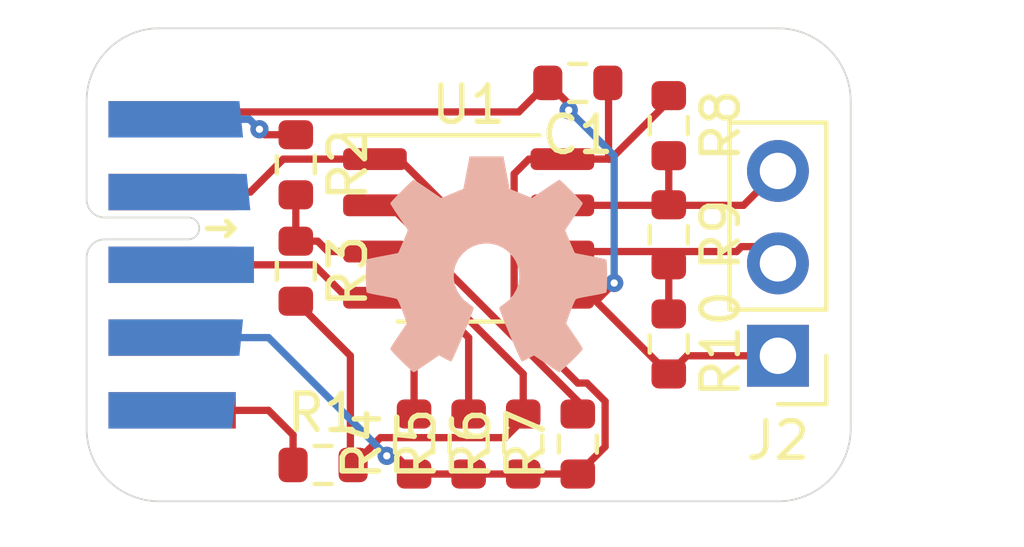
<source format=kicad_pcb>
(kicad_pcb (version 20211014) (generator pcbnew)
  (layers (0 "F.Cu" signal) (31 "B.Cu" signal) (34 "B.Paste" user) (35 "F.Paste" user) (36 "B.SilkS" user "B.Silkscreen") (37 "F.SilkS" user "F.Silkscreen") (38 "B.Mask" user) (39 "F.Mask" user) (44 "Edge.Cuts" user))
  (net 0 "")
  (net 1 "GND")
  (net 2 "/implementation/RX")
  (net 3 "/implementation/TX")
  (net 4 "Net-(J1-Pad5)")
  (net 5 "Net-(J1-Pad6)")
  (net 7 "+3.3V")
  (net 9 "/implementation/A")
  (net 10 "/implementation/B")
  (net 11 "/implementation/RX_EN")
  (net 12 "/implementation/TX_EN")
  (footprint "Resistor_SMD:R_0603_1608Metric" (layer "F.Cu") (at 145.75 96.675 -90)
    (fp_text reference "R3" (at 0 -1.43 90) (layer "F.SilkS"))
    (fp_text value "0R")
    (fp_line (start -0.237258 -0.5225) (end 0.237258 -0.5225) (layer "F.SilkS") (width 0.12))
    (fp_line (start -0.237258 0.5225) (end 0.237258 0.5225) (layer "F.SilkS") (width 0.12))
    (pad "1" smd roundrect (at -0.825 0 270) (size 0.8 0.95) (layers "F.Cu" "F.Paste" "F.Mask") (net 12 "/implementation/TX_EN"))
    (pad "2" smd roundrect (at 0.825 0 270) (size 0.8 0.95) (layers "F.Cu" "F.Paste" "F.Mask") (net 11 "/implementation/RX_EN"))
  )
  (footprint "Package_SO:SO-8_3.9x4.9mm_P1.27mm" (layer "F.Cu") (at 150.5 95.5)
    (fp_text reference "U1" (at 0 -3.4) (layer "F.SilkS"))
    (fp_text value "MAX485E")
    (fp_line (start 0 -2.56) (end -3.45 -2.56) (layer "F.SilkS") (width 0.12))
    (fp_line (start 0 -2.56) (end 1.95 -2.56) (layer "F.SilkS") (width 0.12))
    (fp_line (start 0 2.56) (end 1.95 2.56) (layer "F.SilkS") (width 0.12))
    (fp_line (start 0 2.56) (end -1.95 2.56) (layer "F.SilkS") (width 0.12))
    (pad "1" smd roundrect (at -2.575 -1.905) (size 1.75 0.6) (layers "F.Cu" "F.Paste" "F.Mask") (net 2 "/implementation/RX"))
    (pad "2" smd roundrect (at -2.575 -0.635) (size 1.75 0.6) (layers "F.Cu" "F.Paste" "F.Mask") (net 11 "/implementation/RX_EN"))
    (pad "3" smd roundrect (at -2.575 0.635) (size 1.75 0.6) (layers "F.Cu" "F.Paste" "F.Mask") (net 12 "/implementation/TX_EN"))
    (pad "4" smd roundrect (at -2.575 1.905) (size 1.75 0.6) (layers "F.Cu" "F.Paste" "F.Mask") (net 3 "/implementation/TX"))
    (pad "5" smd roundrect (at 2.575 1.905) (size 1.75 0.6) (layers "F.Cu" "F.Paste" "F.Mask") (net 1 "GND"))
    (pad "6" smd roundrect (at 2.575 0.635) (size 1.75 0.6) (layers "F.Cu" "F.Paste" "F.Mask") (net 9 "/implementation/A"))
    (pad "7" smd roundrect (at 2.575 -0.635) (size 1.75 0.6) (layers "F.Cu" "F.Paste" "F.Mask") (net 10 "/implementation/B"))
    (pad "8" smd roundrect (at 2.575 -1.905) (size 1.75 0.6) (layers "F.Cu" "F.Paste" "F.Mask") (net 7 "+3.3V"))
  )
  (footprint "Resistor_SMD:R_0603_1608Metric" (layer "F.Cu") (at 149 101.425 90)
    (fp_text reference "R4" (at 0 -1.43 90) (layer "F.SilkS"))
    (fp_text value "2.2k")
    (fp_line (start -0.237258 0.5225) (end 0.237258 0.5225) (layer "F.SilkS") (width 0.12))
    (fp_line (start -0.237258 -0.5225) (end 0.237258 -0.5225) (layer "F.SilkS") (width 0.12))
    (pad "1" smd roundrect (at -0.825 0 90) (size 0.8 0.95) (layers "F.Cu" "F.Paste" "F.Mask") (net 7 "+3.3V"))
    (pad "2" smd roundrect (at 0.825 0 90) (size 0.8 0.95) (layers "F.Cu" "F.Paste" "F.Mask") (net 3 "/implementation/TX"))
  )
  (footprint "Resistor_SMD:R_0603_1608Metric" (layer "F.Cu") (at 153.5 91.5 180)
    (fp_text reference "C1" (at 0 -1.43) (layer "F.SilkS"))
    (fp_text value "100nF")
    (fp_line (start -0.237258 0.5225) (end 0.237258 0.5225) (layer "F.SilkS") (width 0.12))
    (fp_line (start -0.237258 -0.5225) (end 0.237258 -0.5225) (layer "F.SilkS") (width 0.12))
    (pad "1" smd roundrect (at -0.825 0 180) (size 0.8 0.95) (layers "F.Cu" "F.Paste" "F.Mask") (net 7 "+3.3V"))
    (pad "2" smd roundrect (at 0.825 0 180) (size 0.8 0.95) (layers "F.Cu" "F.Paste" "F.Mask") (net 1 "GND"))
  )
  (footprint "Resistor_SMD:R_0603_1608Metric" (layer "F.Cu") (at 150.5 101.425 90)
    (fp_text reference "R5" (at 0 -1.43 90) (layer "F.SilkS"))
    (fp_text value "2.2k")
    (fp_line (start -0.237258 -0.5225) (end 0.237258 -0.5225) (layer "F.SilkS") (width 0.12))
    (fp_line (start -0.237258 0.5225) (end 0.237258 0.5225) (layer "F.SilkS") (width 0.12))
    (pad "1" smd roundrect (at -0.825 0 90) (size 0.8 0.95) (layers "F.Cu" "F.Paste" "F.Mask") (net 7 "+3.3V"))
    (pad "2" smd roundrect (at 0.825 0 90) (size 0.8 0.95) (layers "F.Cu" "F.Paste" "F.Mask") (net 12 "/implementation/TX_EN"))
  )
  (footprint "Resistor_SMD:R_0603_1608Metric" (layer "F.Cu") (at 156 98.675 -90)
    (fp_text reference "R10" (at 0 -1.43 90) (layer "F.SilkS"))
    (fp_text value "10k")
    (fp_line (start -0.237258 -0.5225) (end 0.237258 -0.5225) (layer "F.SilkS") (width 0.12))
    (fp_line (start -0.237258 0.5225) (end 0.237258 0.5225) (layer "F.SilkS") (width 0.12))
    (pad "1" smd roundrect (at -0.825 0 270) (size 0.8 0.95) (layers "F.Cu" "F.Paste" "F.Mask") (net 9 "/implementation/A"))
    (pad "2" smd roundrect (at 0.825 0 270) (size 0.8 0.95) (layers "F.Cu" "F.Paste" "F.Mask") (net 1 "GND"))
  )
  (footprint "on_edge:on_edge_2x05_device" (layer "F.Cu") (at 140 96.5 -90)
    (fp_text reference "J1")
    (fp_text value "010_UART")
    (fp_line (start -1 -4.05) (end -1 -3.323) (layer "F.SilkS") (width 0.153))
    (fp_line (start -1.2 -3.85) (end -1 -4.05) (layer "F.SilkS") (width 0.153))
    (fp_line (start -1 -4.05) (end -0.8 -3.85) (layer "F.SilkS") (width 0.153))
    (fp_line (start -4 0) (end -1.8 0) (layer "Edge.Cuts") (width 0.05))
    (fp_line (start -0.7 -0.5) (end -0.7 -2.8) (layer "Edge.Cuts") (width 0.05))
    (fp_line (start -0.2 0) (end 4 0) (layer "Edge.Cuts") (width 0.05))
    (fp_line (start -1.3 -2.8) (end -1.3 -0.5) (layer "Edge.Cuts") (width 0.05))
    (fp_arc (start -1.3 -2.8) (mid -1 -3.1) (end -0.7 -2.8) (layer "Edge.Cuts") (width 0.05))
    (fp_arc (start -0.2 0) (mid -0.553553 -0.146447) (end -0.7 -0.5) (layer "Edge.Cuts") (width 0.05))
    (fp_arc (start -1.3 -0.5) (mid -1.446447 -0.146447) (end -1.8 0) (layer "Edge.Cuts") (width 0.05))
    (pad "1" smd rect (at -4 -2.35 90) (size 1 3.5) (layers "F.Cu" "F.Mask") (net 1 "GND"))
    (pad "2" smd rect (at -2 -2.35 270) (size 1 3.5) (layers "F.Cu" "F.Mask") (net 2 "/implementation/RX"))
    (pad "3" smd rect (at 0 -2.35 270) (size 1 3.5) (layers "F.Cu" "F.Mask") (net 3 "/implementation/TX"))
    (pad "4" smd rect (at 2 -2.35 90) (size 1 3.5) (layers "F.Cu" "F.Mask"))
    (pad "5" smd rect (at 4 -2.35 90) (size 1 3.5) (layers "F.Cu" "F.Mask") (net 4 "Net-(J1-Pad5)"))
    (pad "6" smd custom (at -4 -2.4 270) (size 1 3.6) (layers "B.Cu" "B.Mask") (net 5 "Net-(J1-Pad6)") (options (clearance outline) (anchor rect)) (primitives (gr_poly (pts (xy 0.5 -1.8) (xy 0.5 -1.9) (xy -0.5 -1.8)) (width 0) (fill yes))))
    (pad "7" smd custom (at -2 -2.1 270) (size 1 3) (layers "B.Cu" "B.Mask") (options (clearance outline) (anchor rect)) (primitives (gr_poly (pts (xy 0.3 -0.51) (xy 0.31 -0.62) (xy 0.33 -0.7) (xy 0.35 -0.76) (xy 0.37 -0.81) (xy 0.4 -0.86) (xy 0.44 -0.92) (xy 0.48 -0.97) (xy 0.5 -0.99) (xy 0.5 -2.4) (xy -0.5 -2.3) (xy -0.5 1.5) (xy 0.3 1.5)) (width 0) (fill yes))))
    (pad "8" smd rect (at 0 -2.6 270) (size 1 4) (layers "B.Cu" "B.Mask"))
    (pad "9" smd custom (at 2 -2.4 270) (size 1 3.6) (layers "B.Cu" "B.Mask") (net 7 "+3.3V") (options (clearance outline) (anchor rect)) (primitives (gr_poly (pts (xy -0.5 -1.8) (xy -0.5 -1.9) (xy 0.5 -1.8)) (width 0) (fill yes))))
    (pad "10" smd custom (at 4 -2.3 270) (size 1 3.4) (layers "B.Cu" "B.Mask") (options (clearance outline) (anchor rect)) (primitives (gr_poly (pts (xy -0.5 -1.7) (xy -0.5 -1.8) (xy 0.5 -1.7)) (width 0) (fill yes))))
  )
  (footprint "Resistor_SMD:R_0603_1608Metric" (layer "F.Cu") (at 153.5 101.425 90)
    (fp_text reference "R7" (at 0 -1.43 90) (layer "F.SilkS"))
    (fp_text value "2.2k")
    (fp_line (start -0.237258 0.5225) (end 0.237258 0.5225) (layer "F.SilkS") (width 0.12))
    (fp_line (start -0.237258 -0.5225) (end 0.237258 -0.5225) (layer "F.SilkS") (width 0.12))
    (pad "1" smd roundrect (at -0.825 0 90) (size 0.8 0.95) (layers "F.Cu" "F.Paste" "F.Mask") (net 7 "+3.3V"))
    (pad "2" smd roundrect (at 0.825 0 90) (size 0.8 0.95) (layers "F.Cu" "F.Paste" "F.Mask") (net 2 "/implementation/RX"))
  )
  (footprint "Resistor_SMD:R_0603_1608Metric" (layer "F.Cu") (at 156 92.675 -90)
    (fp_text reference "R8" (at 0 -1.43 90) (layer "F.SilkS"))
    (fp_text value "10k")
    (fp_line (start -0.237258 0.5225) (end 0.237258 0.5225) (layer "F.SilkS") (width 0.12))
    (fp_line (start -0.237258 -0.5225) (end 0.237258 -0.5225) (layer "F.SilkS") (width 0.12))
    (pad "1" smd roundrect (at -0.825 0 270) (size 0.8 0.95) (layers "F.Cu" "F.Paste" "F.Mask") (net 7 "+3.3V"))
    (pad "2" smd roundrect (at 0.825 0 270) (size 0.8 0.95) (layers "F.Cu" "F.Paste" "F.Mask") (net 10 "/implementation/B"))
  )
  (footprint "Resistor_SMD:R_0603_1608Metric" (layer "F.Cu") (at 152 101.425 90)
    (fp_text reference "R6" (at 0 -1.43 90) (layer "F.SilkS"))
    (fp_text value "2.2k")
    (fp_line (start -0.237258 0.5225) (end 0.237258 0.5225) (layer "F.SilkS") (width 0.12))
    (fp_line (start -0.237258 -0.5225) (end 0.237258 -0.5225) (layer "F.SilkS") (width 0.12))
    (pad "1" smd roundrect (at -0.825 0 90) (size 0.8 0.95) (layers "F.Cu" "F.Paste" "F.Mask") (net 7 "+3.3V"))
    (pad "2" smd roundrect (at 0.825 0 90) (size 0.8 0.95) (layers "F.Cu" "F.Paste" "F.Mask") (net 11 "/implementation/RX_EN"))
  )
  (footprint "Resistor_SMD:R_0603_1608Metric" (layer "F.Cu") (at 145.75 93.75 -90)
    (fp_text reference "R2" (at 0 -1.43 90) (layer "F.SilkS"))
    (fp_text value "0R")
    (fp_line (start -0.237258 0.5225) (end 0.237258 0.5225) (layer "F.SilkS") (width 0.12))
    (fp_line (start -0.237258 -0.5225) (end 0.237258 -0.5225) (layer "F.SilkS") (width 0.12))
    (pad "1" smd roundrect (at -0.825 0 270) (size 0.8 0.95) (layers "F.Cu" "F.Paste" "F.Mask") (net 5 "Net-(J1-Pad6)"))
    (pad "2" smd roundrect (at 0.825 0 270) (size 0.8 0.95) (layers "F.Cu" "F.Paste" "F.Mask") (net 12 "/implementation/TX_EN"))
  )
  (footprint "Resistor_SMD:R_0603_1608Metric" (layer "F.Cu") (at 146.5 102)
    (fp_text reference "R1" (at 0 -1.43) (layer "F.SilkS"))
    (fp_text value "d.n.p")
    (fp_line (start -0.237258 0.5225) (end 0.237258 0.5225) (layer "F.SilkS") (width 0.12))
    (fp_line (start -0.237258 -0.5225) (end 0.237258 -0.5225) (layer "F.SilkS") (width 0.12))
    (pad "1" smd roundrect (at -0.825 0) (size 0.8 0.95) (layers "F.Cu" "F.Paste" "F.Mask") (net 4 "Net-(J1-Pad5)"))
    (pad "2" smd roundrect (at 0.825 0) (size 0.8 0.95) (layers "F.Cu" "F.Paste" "F.Mask") (net 11 "/implementation/RX_EN"))
  )
  (footprint "Resistor_SMD:R_0603_1608Metric" (layer "F.Cu") (at 156 95.675 -90)
    (fp_text reference "R9" (at 0 -1.43 90) (layer "F.SilkS"))
    (fp_text value "120R")
    (fp_line (start -0.237258 0.5225) (end 0.237258 0.5225) (layer "F.SilkS") (width 0.12))
    (fp_line (start -0.237258 -0.5225) (end 0.237258 -0.5225) (layer "F.SilkS") (width 0.12))
    (pad "1" smd roundrect (at -0.825 0 270) (size 0.8 0.95) (layers "F.Cu" "F.Paste" "F.Mask") (net 10 "/implementation/B"))
    (pad "2" smd roundrect (at 0.825 0 270) (size 0.8 0.95) (layers "F.Cu" "F.Paste" "F.Mask") (net 9 "/implementation/A"))
  )
  (footprint "Connector_PinHeader_2.54mm:PinHeader_1x03_P2.54mm_Vertical" (layer "F.Cu") (at 159 99 180)
    (fp_text reference "J2" (at 0 -2.33) (layer "F.SilkS"))
    (fp_text value "Conn_01x03_Male")
    (fp_line (start -1.33 -1.33) (end 0 -1.33) (layer "F.SilkS") (width 0.12))
    (fp_line (start -1.33 1.27) (end 1.33 1.27) (layer "F.SilkS") (width 0.12))
    (fp_line (start -1.33 1.27) (end -1.33 6.41) (layer "F.SilkS") (width 0.12))
    (fp_line (start 1.33 1.27) (end 1.33 6.41) (layer "F.SilkS") (width 0.12))
    (fp_line (start -1.33 0) (end -1.33 -1.33) (layer "F.SilkS") (width 0.12))
    (fp_line (start -1.33 6.41) (end 1.33 6.41) (layer "F.SilkS") (width 0.12))
    (pad "1" thru_hole rect (at 0 0 180) (size 1.7 1.7) (drill 1) (layers *.Cu *.Mask) (net 1 "GND"))
    (pad "2" thru_hole oval (at 0 2.54 180) (size 1.7 1.7) (drill 1) (layers *.Cu *.Mask) (net 9 "/implementation/A"))
    (pad "3" thru_hole oval (at 0 5.08 180) (size 1.7 1.7) (drill 1) (layers *.Cu *.Mask) (net 10 "/implementation/B"))
  )
  (footprint "Symbol:OSHW-Symbol_6.7x6mm_SilkScreen" (layer "B.Cu") (at 151 96.5 180)
    (fp_text reference "LOGO1" hide)
    (fp_text value "Logo_Open_Hardware_Small" hide)
    (fp_poly (pts (xy 0.555814 2.531069) (xy 0.639635 2.086445) (xy 0.94892 1.958947) (xy 1.258206 1.831449) (xy 1.629246 2.083754) (xy 1.733157 2.154004) (xy 1.827087 2.216728) (xy 1.906652 2.269062) (xy 1.96747 2.308143) (xy 2.005157 2.331107) (xy 2.015421 2.336058) (xy 2.03391 2.323324) (xy 2.07342 2.288118) (xy 2.129522 2.234938) (xy 2.197787 2.168282) (xy 2.273786 2.092646) (xy 2.353092 2.012528) (xy 2.431275 1.932426) (xy 2.503907 1.856836) (xy 2.566559 1.790255) (xy 2.614803 1.737182) (xy 2.64421 1.702113) (xy 2.651241 1.690377) (xy 2.641123 1.66874) (xy 2.612759 1.621338) (xy 2.569129 1.552807) (xy 2.513218 1.467785) (xy 2.448006 1.370907) (xy 2.410219 1.31565) (xy 2.341343 1.214752) (xy 2.28014 1.123701) (xy 2.229578 1.04703) (xy 2.192628 0.989272) (xy 2.172258 0.954957) (xy 2.169197 0.947746) (xy 2.176136 0.927252) (xy 2.195051 0.879487) (xy 2.223087 0.811168) (xy 2.257391 0.729011) (xy 2.295109 0.63973) (xy 2.333387 0.550042) (xy 2.36937 0.466662) (xy 2.400206 0.396306) (xy 2.423039 0.34569) (xy 2.435017 0.321529) (xy 2.435724 0.320578) (xy 2.454531 0.315964) (xy 2.504618 0.305672) (xy 2.580793 0.290713) (xy 2.677865 0.272099) (xy 2.790643 0.250841) (xy 2.856442 0.238582) (xy 2.97695 0.215638) (xy 3.085797 0.193805) (xy 3.177476 0.174278) (xy 3.246481 0.158252) (xy 3.287304 0.146921) (xy 3.295511 0.143326) (xy 3.303548 0.118994) (xy 3.310033 0.064041) (xy 3.31497 -0.015108) (xy 3.318364 -0.112026) (xy 3.320218 -0.220287) (xy 3.320538 -0.333465) (xy 3.319327 -0.445135) (xy 3.31659 -0.548868) (xy 3.312331 -0.638241) (xy 3.306555 -0.706826) (xy 3.299267 -0.748197) (xy 3.294895 -0.75681) (xy 3.268764 -0.767133) (xy 3.213393 -0.781892) (xy 3.136107 -0.799352) (xy 3.04423 -0.81778) (xy 3.012158 -0.823741) (xy 2.857524 -0.852066) (xy 2.735375 -0.874876) (xy 2.641673 -0.89308) (xy 2.572384 -0.907583) (xy 2.523471 -0.919292) (xy 2.490897 -0.929115) (xy 2.470628 -0.937956) (xy 2.458626 -0.946724) (xy 2.456947 -0.948457) (xy 2.440184 -0.976371) (xy 2.414614 -1.030695) (xy 2.382788 -1.104777) (xy 2.34726 -1.191965) (xy 2.310583 -1.285608) (xy 2.275311 -1.379052) (xy 2.243996 -1.465647) (xy 2.219193 -1.53874) (xy 2.203454 -1.591678) (xy 2.199332 -1.617811) (xy 2.199676 -1.618726) (xy 2.213641 -1.640086) (xy 2.245322 -1.687084) (xy 2.291391 -1.754827) (xy 2.348518 -1.838423) (xy 2.413373 -1.932982) (xy 2.431843 -1.959854) (xy 2.497699 -2.057275) (xy 2.55565 -2.146163) (xy 2.602538 -2.221412) (xy 2.635207 -2.27792) (xy 2.6505 -2.310581) (xy 2.651241 -2.314593) (xy 2.638392 -2.335684) (xy 2.602888 -2.377464) (xy 2.549293 -2.435445) (xy 2.482171 -2.505135) (xy 2.406087 -2.582045) (xy 2.325604 -2.661683) (xy 2.245287 -2.739561) (xy 2.169699 -2.811186) (xy 2.103405 -2.87207) (xy 2.050969 -2.917721) (xy 2.016955 -2.94365) (xy 2.007545 -2.947883) (xy 1.985643 -2.937912) (xy 1.9408 -2.91102) (xy 1.880321 -2.871736) (xy 1.833789 -2.840117) (xy 1.749475 -2.782098) (xy 1.649626 -2.713784) (xy 1.549473 -2.645579) (xy 1.495627 -2.609075) (xy 1.313371 -2.4858) (xy 1.160381 -2.56852) (xy 1.090682 -2.604759) (xy 1.031414 -2.632926) (xy 0.991311 -2.648991) (xy 0.981103 -2.651226) (xy 0.968829 -2.634722) (xy 0.944613 -2.588082) (xy 0.910263 -2.515609) (xy 0.867588 -2.421606) (xy 0.818394 -2.310374) (xy 0.76449 -2.186215) (xy 0.707684 -2.053432) (xy 0.649782 -1.916327) (xy 0.592593 -1.779202) (xy 0.537924 -1.646358) (xy 0.487584 -1.522098) (xy 0.44338 -1.410725) (xy 0.407119 -1.316539) (xy 0.380609 -1.243844) (xy 0.365658 -1.196941) (xy 0.363254 -1.180833) (xy 0.382311 -1.160286) (xy 0.424036 -1.126933) (xy 0.479706 -1.087702) (xy 0.484378 -1.084599) (xy 0.628264 -0.969423) (xy 0.744283 -0.835053) (xy 0.83143 -0.685784) (xy 0.888699 -0.525913) (xy 0.915086 -0.359737) (xy 0.909585 -0.191552) (xy 0.87119 -0.025655) (xy 0.798895 0.133658) (xy 0.777626 0.168513) (xy 0.666996 0.309263) (xy 0.536302 0.422286) (xy 0.390064 0.506997) (xy 0.232808 0.562806) (xy 0.069057 0.589126) (xy -0.096667 0.58537) (xy -0.259838 0.55095) (xy -0.415935 0.485277) (xy -0.560433 0.387765) (xy -0.605131 0.348187) (xy -0.718888 0.224297) (xy -0.801782 0.093876) (xy -0.858644 -0.052315) (xy -0.890313 -0.197088) (xy -0.898131 -0.35986) (xy -0.872062 -0.52344) (xy -0.814755 -0.682298) (xy -0.728856 -0.830906) (xy -0.617014 -0.963735) (xy -0.481877 -1.075256) (xy -0.464117 -1.087011) (xy -0.40785 -1.125508) (xy -0.365077 -1.158863) (xy -0.344628 -1.18016) (xy -0.344331 -1.180833) (xy -0.348721 -1.203871) (xy -0.366124 -1.256157) (xy -0.394732 -1.33339) (xy -0.432735 -1.431268) (xy -0.478326 -1.545491) (xy -0.529697 -1.671758) (xy -0.585038 -1.805767) (xy -0.642542 -1.943218) (xy -0.700399 -2.079808) (xy -0.756802 -2.211237) (xy -0.809942 -2.333205) (xy -0.85801 -2.441409) (xy -0.899199 -2.531549) (xy -0.931699 -2.599323) (xy -0.953703 -2.64043) (xy -0.962564 -2.651226) (xy -0.98964 -2.642819) (xy -1.040303 -2.620272) (xy -1.105817 -2.587613) (xy -1.141841 -2.56852) (xy -1.294832 -2.4858) (xy -1.477088 -2.609075) (xy -1.570125 -2.672228) (xy -1.671985 -2.741727) (xy -1.767438 -2.807165) (xy -1.81525 -2.840117) (xy -1.882495 -2.885273) (xy -1.939436 -2.921057) (xy -1.978646 -2.942938) (xy -1.991381 -2.947563) (xy -2.009917 -2.935085) (xy -2.050941 -2.900252) (xy -2.110475 -2.846678) (xy -2.184542 -2.777983) (xy -2.269165 -2.697781) (xy -2.322685 -2.646286) (xy -2.416319 -2.554286) (xy -2.497241 -2.471999) (xy -2.562177 -2.402945) (xy -2.607858 -2.350644) (xy -2.631011 -2.318616) (xy -2.633232 -2.312116) (xy -2.622924 -2.287394) (xy -2.594439 -2.237405) (xy -2.550937 -2.167212) (xy -2.495577 -2.081875) (xy -2.43152 -1.986456) (xy -2.413303 -1.959854) (xy -2.346927 -1.863167) (xy -2.287378 -1.776117) (xy -2.237984 -1.703595) (xy -2.202075 -1.650493) (xy -2.182981 -1.621703) (xy -2.181136 -1.618726) (xy -2.183895 -1.595782) (xy -2.198538 -1.545336) (xy -2.222513 -1.474041) (xy -2.253266 -1.388547) (xy -2.288244 -1.295507) (xy -2.324893 -1.201574) (xy -2.360661 -1.113399) (xy -2.392994 -1.037634) (xy -2.419338 -0.980931) (xy -2.437142 -0.949943) (xy -2.438407 -0.948457) (xy -2.449294 -0.939601) (xy -2.467682 -0.930843) (xy -2.497606 -0.921277) (xy -2.543103 -0.909996) (xy -2.608209 -0.896093) (xy -2.696961 -0.878663) (xy -2.813393 -0.856798) (xy -2.961542 -0.829591) (xy -2.993618 -0.823741) (xy -3.088686 -0.805374) (xy -3.171565 -0.787405) (xy -3.23493 -0.771569) (xy -3.271458 -0.7596) (xy -3.276356 -0.75681) (xy -3.284427 -0.732072) (xy -3.290987 -0.67679) (xy -3.296033 -0.597389) (xy -3.299559 -0.500296) (xy -3.301561 -0.391938) (xy -3.302036 -0.27874) (xy -3.300977 -0.167128) (xy -3.298382 -0.063529) (xy -3.294246 0.025632) (xy -3.288563 0.093928) (xy -3.281331 0.134934) (xy -3.276971 0.143326) (xy -3.252698 0.151792) (xy -3.197426 0.165565) (xy -3.116662 0.18345) (xy -3.015912 0.204252) (xy -2.900683 0.226777) (xy -2.837902 0.238582) (xy -2.718787 0.260849) (xy -2.612565 0.281021) (xy -2.524427 0.298085) (xy -2.459566 0.311031) (xy -2.423174 0.318845) (xy -2.417184 0.320578) (xy -2.407061 0.34011) (xy -2.385662 0.387157) (xy -2.355839 0.454997) (xy -2.320445 0.536909) (xy -2.282332 0.626172) (xy -2.244353 0.716065) (xy -2.20936 0.799865) (xy -2.180206 0.870853) (xy -2.159743 0.922306) (xy -2.150823 0.947503) (xy -2.150657 0.948604) (xy -2.160769 0.968481) (xy -2.189117 1.014223) (xy -2.232723 1.081283) (xy -2.288606 1.165116) (xy -2.353787 1.261174) (xy -2.391679 1.31635) (xy -2.460725 1.417519) (xy -2.52205 1.50937) (xy -2.572663 1.587256) (xy -2.609571 1.646531) (xy -2.629782 1.682549) (xy -2.632701 1.690623) (xy -2.620153 1.709416) (xy -2.585463 1.749543) (xy -2.533063 1.806507) (xy -2.467384 1.875815) (xy -2.392856 1.952969) (xy -2.313913 2.033475) (xy -2.234983 2.112837) (xy -2.1605 2.18656) (xy -2.094894 2.250148) (xy -2.042596 2.299106) (xy -2.008039 2.328939) (xy -1.996478 2.336058) (xy -1.977654 2.326047) (xy -1.932631 2.297922) (xy -1.865787 2.254546) (xy -1.781499 2.198782) (xy -1.684144 2.133494) (xy -1.610707 2.083754) (xy -1.239667 1.831449) (xy -0.621095 2.086445) (xy -0.537275 2.531069) (xy -0.453454 2.975693) (xy 0.471994 2.975693) (xy 0.555814 2.531069)) (layer "B.SilkS") (width 0.01) (fill solid))
  )
  (gr_line (start 142 90) (end 159 90) (layer "Edge.Cuts") (width 0.05))
  (gr_arc (start 161 101) (mid 160.414214 102.414214) (end 159 103) (layer "Edge.Cuts") (width 0.05))
  (gr_line (start 140 92.5) (end 140 92) (layer "Edge.Cuts") (width 0.05))
  (gr_line (start 159 103) (end 142 103) (layer "Edge.Cuts") (width 0.05))
  (gr_line (start 140 101) (end 140 100.5) (layer "Edge.Cuts") (width 0.05))
  (gr_arc (start 159 90) (mid 160.414214 90.585786) (end 161 92) (layer "Edge.Cuts") (width 0.05))
  (gr_arc (start 142 103) (mid 140.585786 102.414214) (end 140 101) (layer "Edge.Cuts") (width 0.05))
  (gr_line (start 161 101) (end 161 92) (layer "Edge.Cuts") (width 0.05))
  (gr_arc (start 140 92) (mid 140.585786 90.585786) (end 142 90) (layer "Edge.Cuts") (width 0.05))
  (segment (start 142.35 92.5) (end 142.552 92.298) (width 0.2) (layer "F.Cu") (net 1))
  (segment (start 156.5 99) (end 159 99) (width 0.2) (layer "F.Cu") (net 1))
  (segment (start 153.905 97.405) (end 156 99.5) (width 0.2) (layer "F.Cu") (net 1))
  (segment (start 153.25 92.075) (end 152.675 91.5) (width 0.2) (layer "F.Cu") (net 1))
  (segment (start 142.552 92.298) (end 151.877 92.298) (width 0.2) (layer "F.Cu") (net 1))
  (segment (start 153.075 97.405) (end 154.095 97.405) (width 0.2) (layer "F.Cu") (net 1))
  (segment (start 153.075 97.405) (end 153.905 97.405) (width 0.2) (layer "F.Cu") (net 1))
  (segment (start 154.095 97.405) (end 154.5 97) (width 0.2) (layer "F.Cu") (net 1))
  (segment (start 151.877 92.298) (end 152.675 91.5) (width 0.2) (layer "F.Cu") (net 1))
  (segment (start 153.25 92.25) (end 153.25 92.075) (width 0.2) (layer "F.Cu") (net 1))
  (segment (start 156 99.5) (end 156.5 99) (width 0.2) (layer "F.Cu") (net 1))
  (via (at 153.25 92.25) (size 0.5) (drill 0.2) (layers "F.Cu" "B.Cu") (net 1))
  (via (at 154.5 97) (size 0.5) (drill 0.2) (layers "F.Cu" "B.Cu") (net 1))
  (segment (start 154.5 97) (end 154.5 93.5) (width 0.2) (layer "B.Cu") (net 1))
  (segment (start 154.5 93.5) (end 153.25 92.25) (width 0.2) (layer "B.Cu") (net 1))
  (segment (start 144.5 94.5) (end 145.405 93.595) (width 0.2) (layer "F.Cu") (net 2))
  (segment (start 153.5 100.25) (end 153.5 100.6) (width 0.2) (layer "F.Cu") (net 2))
  (segment (start 147.925 93.595) (end 148.595 93.595) (width 0.2) (layer "F.Cu") (net 2))
  (segment (start 145.405 93.595) (end 147.925 93.595) (width 0.2) (layer "F.Cu") (net 2))
  (segment (start 149.75 96.5) (end 153.5 100.25) (width 0.2) (layer "F.Cu") (net 2))
  (segment (start 142.35 94.5) (end 144.5 94.5) (width 0.2) (layer "F.Cu") (net 2))
  (segment (start 149.75 94.75) (end 149.75 96.5) (width 0.2) (layer "F.Cu") (net 2))
  (segment (start 148.595 93.595) (end 149.75 94.75) (width 0.2) (layer "F.Cu") (net 2))
  (segment (start 149 100.6) (end 149 97.75) (width 0.2) (layer "F.Cu") (net 3))
  (segment (start 147.155 97.405) (end 147.925 97.405) (width 0.2) (layer "F.Cu") (net 3))
  (segment (start 146.25 96.5) (end 147.155 97.405) (width 0.2) (layer "F.Cu") (net 3))
  (segment (start 149 97.75) (end 148.655 97.405) (width 0.2) (layer "F.Cu") (net 3))
  (segment (start 148.655 97.405) (end 147.925 97.405) (width 0.2) (layer "F.Cu") (net 3))
  (segment (start 142.35 96.5) (end 146.25 96.5) (width 0.2) (layer "F.Cu") (net 3))
  (segment (start 142.35 100.5) (end 145 100.5) (width 0.2) (layer "F.Cu") (net 4))
  (segment (start 145.675 101.175) (end 145.675 102) (width 0.2) (layer "F.Cu") (net 4))
  (segment (start 145 100.5) (end 145.675 101.175) (width 0.2) (layer "F.Cu") (net 4))
  (segment (start 144.9005 92.925) (end 144.75 92.7745) (width 0.2) (layer "F.Cu") (net 5))
  (segment (start 145.75 92.925) (end 144.9005 92.925) (width 0.2) (layer "F.Cu") (net 5))
  (via (at 144.75 92.7745) (size 0.5) (drill 0.2) (layers "F.Cu" "B.Cu") (net 5))
  (segment (start 144.75 92.7745) (end 144.4755 92.5) (width 0.2) (layer "B.Cu") (net 5))
  (segment (start 144.4755 92.5) (end 142.4 92.5) (width 0.2) (layer "B.Cu") (net 5))
  (segment (start 154.25 101.5) (end 153.5 102.25) (width 0.2) (layer "F.Cu") (net 7))
  (segment (start 148.25 101.75) (end 148.5 101.75) (width 0.2) (layer "F.Cu") (net 7))
  (segment (start 153.5 102.25) (end 152 102.25) (width 0.2) (layer "F.Cu") (net 7))
  (segment (start 153.75 99.75) (end 154.25 100.25) (width 0.2) (layer "F.Cu") (net 7))
  (segment (start 154.25 100.25) (end 154.25 101.5) (width 0.2) (layer "F.Cu") (net 7))
  (segment (start 154.405 93.595) (end 156 92) (width 0.2) (layer "F.Cu") (net 7))
  (segment (start 154.345 93.595) (end 154.405 93.595) (width 0.2) (layer "F.Cu") (net 7))
  (segment (start 156 92) (end 156 91.85) (width 0.2) (layer "F.Cu") (net 7))
  (segment (start 152.155 93.595) (end 151.75 94) (width 0.2) (layer "F.Cu") (net 7))
  (segment (start 152 102.25) (end 150.5 102.25) (width 0.2) (layer "F.Cu") (net 7))
  (segment (start 151.75 94) (end 151.75 98) (width 0.2) (layer "F.Cu") (net 7))
  (segment (start 151.75 98) (end 153.5 99.75) (width 0.2) (layer "F.Cu") (net 7))
  (segment (start 148.5 101.75) (end 149 102.25) (width 0.2) (layer "F.Cu") (net 7))
  (segment (start 150.5 102.25) (end 149 102.25) (width 0.2) (layer "F.Cu") (net 7))
  (segment (start 153.075 93.595) (end 154.345 93.595) (width 0.2) (layer "F.Cu") (net 7))
  (segment (start 154.345 91.52) (end 154.345 93.595) (width 0.2) (layer "F.Cu") (net 7))
  (segment (start 153.5 99.75) (end 153.75 99.75) (width 0.2) (layer "F.Cu") (net 7))
  (segment (start 153.075 93.595) (end 152.155 93.595) (width 0.2) (layer "F.Cu") (net 7))
  (segment (start 154.325 91.5) (end 154.345 91.52) (width 0.2) (layer "F.Cu") (net 7))
  (via (at 148.25 101.75) (size 0.5) (drill 0.2) (layers "F.Cu" "B.Cu") (net 7))
  (segment (start 145 98.5) (end 148.25 101.75) (width 0.2) (layer "B.Cu") (net 7))
  (segment (start 142.4 98.5) (end 145 98.5) (width 0.2) (layer "B.Cu") (net 7))
  (segment (start 153.075 96.135) (end 157.865 96.135) (width 0.2) (layer "F.Cu") (net 9))
  (segment (start 158 96) (end 158.54 96) (width 0.2) (layer "F.Cu") (net 9))
  (segment (start 157.865 96.135) (end 158 96) (width 0.2) (layer "F.Cu") (net 9))
  (segment (start 156 97.85) (end 156 96.5) (width 0.2) (layer "F.Cu") (net 9))
  (segment (start 158.54 96) (end 159 96.46) (width 0.2) (layer "F.Cu") (net 9))
  (segment (start 158.055 94.865) (end 159 93.92) (width 0.2) (layer "F.Cu") (net 10))
  (segment (start 156 93.5) (end 156 94.85) (width 0.2) (layer "F.Cu") (net 10))
  (segment (start 153.075 94.865) (end 158.055 94.865) (width 0.2) (layer "F.Cu") (net 10))
  (segment (start 149.25 96.75) (end 152 99.5) (width 0.2) (layer "F.Cu") (net 11))
  (segment (start 152 100.6) (end 152 100.75) (width 0.2) (layer "F.Cu") (net 11))
  (segment (start 148.327448 94.865) (end 149.25 95.787552) (width 0.2) (layer "F.Cu") (net 11))
  (segment (start 147.925 94.865) (end 148.327448 94.865) (width 0.2) (layer "F.Cu") (net 11))
  (segment (start 151.5 101.25) (end 148.075 101.25) (width 0.2) (layer "F.Cu") (net 11))
  (segment (start 147.25 101.925) (end 147.325 102) (width 0.2) (layer "F.Cu") (net 11))
  (segment (start 148.075 101.25) (end 147.325 102) (width 0.2) (layer "F.Cu") (net 11))
  (segment (start 149.25 95.787552) (end 149.25 96.75) (width 0.2) (layer "F.Cu") (net 11))
  (segment (start 152 99.5) (end 152 100.6) (width 0.2) (layer "F.Cu") (net 11))
  (segment (start 152 100.75) (end 151.5 101.25) (width 0.2) (layer "F.Cu") (net 11))
  (segment (start 145.75 97.5) (end 147.25 99) (width 0.2) (layer "F.Cu") (net 11))
  (segment (start 147.25 99) (end 147.25 101.925) (width 0.2) (layer "F.Cu") (net 11))
  (segment (start 146.35 95.85) (end 146.635 96.135) (width 0.2) (layer "F.Cu") (net 12))
  (segment (start 150.5 98.5) (end 148.135 96.135) (width 0.2) (layer "F.Cu") (net 12))
  (segment (start 150.5 100.6) (end 150.5 98.5) (width 0.2) (layer "F.Cu") (net 12))
  (segment (start 146.635 96.135) (end 147.925 96.135) (width 0.2) (layer "F.Cu") (net 12))
  (segment (start 145.75 94.575) (end 145.75 95.85) (width 0.2) (layer "F.Cu") (net 12))
  (segment (start 145.75 95.85) (end 146.35 95.85) (width 0.2) (layer "F.Cu") (net 12))
  (segment (start 148.135 96.135) (end 147.925 96.135) (width 0.2) (layer "F.Cu") (net 12))
)
</source>
